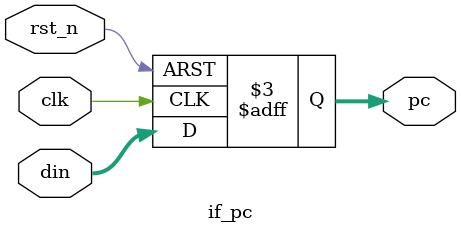
<source format=v>
`timescale 1ns / 1ps

module if_pc(
    input             clk  ,
    input             rst_n,
    input      [31:0] din  , // next pc

    output reg [31:0] pc
);

//Ê±ÖÓµÄÉÏÉýÑØ¸üÐÂpcÂð  »¹ÊÇËµÒª±ÜÃâÑÓ³Ù  ÔÚÊ¹Ö®ÄÜ¹»ÔÚÏÂ½µÑØ¸üÐÂPC ÔÚÉÏÉýÑØ¶Árf  
//7/5/9/23 ¶¼²» ²ÉÓÃ6-3 ½²rfµÄ¶Á²Ù×÷¸ÄÎª×éºÏÂß¼­ Ê±ÐòÎª6-1ËùÊ¾
always @(posedge clk, negedge rst_n) begin
    if(~rst_n)	pc <= -4;//7/6/15.00 Ô­±¾ÊÇ0 ºóÎªÁËtraceÄÜ¼ì²âµ½ ²Å¸ÄÎª-4
    else		pc <= din;
end

endmodule

</source>
